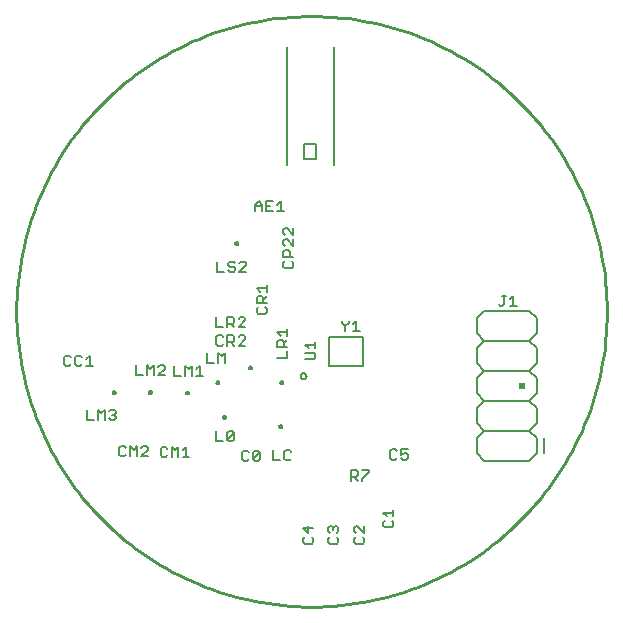
<source format=gto>
G75*
%MOIN*%
%OFA0B0*%
%FSLAX25Y25*%
%IPPOS*%
%LPD*%
%AMOC8*
5,1,8,0,0,1.08239X$1,22.5*
%
%ADD10C,0.01000*%
%ADD11C,0.00500*%
%ADD12C,0.00600*%
%ADD13C,0.00800*%
%ADD14R,0.02000X0.02000*%
D10*
X0001500Y0099916D02*
X0001530Y0102331D01*
X0001619Y0104745D01*
X0001767Y0107156D01*
X0001974Y0109562D01*
X0002240Y0111963D01*
X0002565Y0114357D01*
X0002949Y0116741D01*
X0003391Y0119116D01*
X0003891Y0121479D01*
X0004449Y0123829D01*
X0005065Y0126165D01*
X0005738Y0128485D01*
X0006467Y0130787D01*
X0007253Y0133071D01*
X0008095Y0135335D01*
X0008991Y0137578D01*
X0009943Y0139798D01*
X0010949Y0141994D01*
X0012008Y0144165D01*
X0013121Y0146309D01*
X0014286Y0148425D01*
X0015502Y0150512D01*
X0016769Y0152568D01*
X0018086Y0154593D01*
X0019453Y0156585D01*
X0020868Y0158542D01*
X0022330Y0160465D01*
X0023839Y0162350D01*
X0025395Y0164199D01*
X0026995Y0166008D01*
X0028638Y0167778D01*
X0030325Y0169507D01*
X0032054Y0171194D01*
X0033824Y0172837D01*
X0035633Y0174437D01*
X0037482Y0175993D01*
X0039367Y0177502D01*
X0041290Y0178964D01*
X0043247Y0180379D01*
X0045239Y0181746D01*
X0047264Y0183063D01*
X0049320Y0184330D01*
X0051407Y0185546D01*
X0053523Y0186711D01*
X0055667Y0187824D01*
X0057838Y0188883D01*
X0060034Y0189889D01*
X0062254Y0190841D01*
X0064497Y0191737D01*
X0066761Y0192579D01*
X0069045Y0193365D01*
X0071347Y0194094D01*
X0073667Y0194767D01*
X0076003Y0195383D01*
X0078353Y0195941D01*
X0080716Y0196441D01*
X0083091Y0196883D01*
X0085475Y0197267D01*
X0087869Y0197592D01*
X0090270Y0197858D01*
X0092676Y0198065D01*
X0095087Y0198213D01*
X0097501Y0198302D01*
X0099916Y0198332D01*
X0102331Y0198302D01*
X0104745Y0198213D01*
X0107156Y0198065D01*
X0109562Y0197858D01*
X0111963Y0197592D01*
X0114357Y0197267D01*
X0116741Y0196883D01*
X0119116Y0196441D01*
X0121479Y0195941D01*
X0123829Y0195383D01*
X0126165Y0194767D01*
X0128485Y0194094D01*
X0130787Y0193365D01*
X0133071Y0192579D01*
X0135335Y0191737D01*
X0137578Y0190841D01*
X0139798Y0189889D01*
X0141994Y0188883D01*
X0144165Y0187824D01*
X0146309Y0186711D01*
X0148425Y0185546D01*
X0150512Y0184330D01*
X0152568Y0183063D01*
X0154593Y0181746D01*
X0156585Y0180379D01*
X0158542Y0178964D01*
X0160465Y0177502D01*
X0162350Y0175993D01*
X0164199Y0174437D01*
X0166008Y0172837D01*
X0167778Y0171194D01*
X0169507Y0169507D01*
X0171194Y0167778D01*
X0172837Y0166008D01*
X0174437Y0164199D01*
X0175993Y0162350D01*
X0177502Y0160465D01*
X0178964Y0158542D01*
X0180379Y0156585D01*
X0181746Y0154593D01*
X0183063Y0152568D01*
X0184330Y0150512D01*
X0185546Y0148425D01*
X0186711Y0146309D01*
X0187824Y0144165D01*
X0188883Y0141994D01*
X0189889Y0139798D01*
X0190841Y0137578D01*
X0191737Y0135335D01*
X0192579Y0133071D01*
X0193365Y0130787D01*
X0194094Y0128485D01*
X0194767Y0126165D01*
X0195383Y0123829D01*
X0195941Y0121479D01*
X0196441Y0119116D01*
X0196883Y0116741D01*
X0197267Y0114357D01*
X0197592Y0111963D01*
X0197858Y0109562D01*
X0198065Y0107156D01*
X0198213Y0104745D01*
X0198302Y0102331D01*
X0198332Y0099916D01*
X0198302Y0097501D01*
X0198213Y0095087D01*
X0198065Y0092676D01*
X0197858Y0090270D01*
X0197592Y0087869D01*
X0197267Y0085475D01*
X0196883Y0083091D01*
X0196441Y0080716D01*
X0195941Y0078353D01*
X0195383Y0076003D01*
X0194767Y0073667D01*
X0194094Y0071347D01*
X0193365Y0069045D01*
X0192579Y0066761D01*
X0191737Y0064497D01*
X0190841Y0062254D01*
X0189889Y0060034D01*
X0188883Y0057838D01*
X0187824Y0055667D01*
X0186711Y0053523D01*
X0185546Y0051407D01*
X0184330Y0049320D01*
X0183063Y0047264D01*
X0181746Y0045239D01*
X0180379Y0043247D01*
X0178964Y0041290D01*
X0177502Y0039367D01*
X0175993Y0037482D01*
X0174437Y0035633D01*
X0172837Y0033824D01*
X0171194Y0032054D01*
X0169507Y0030325D01*
X0167778Y0028638D01*
X0166008Y0026995D01*
X0164199Y0025395D01*
X0162350Y0023839D01*
X0160465Y0022330D01*
X0158542Y0020868D01*
X0156585Y0019453D01*
X0154593Y0018086D01*
X0152568Y0016769D01*
X0150512Y0015502D01*
X0148425Y0014286D01*
X0146309Y0013121D01*
X0144165Y0012008D01*
X0141994Y0010949D01*
X0139798Y0009943D01*
X0137578Y0008991D01*
X0135335Y0008095D01*
X0133071Y0007253D01*
X0130787Y0006467D01*
X0128485Y0005738D01*
X0126165Y0005065D01*
X0123829Y0004449D01*
X0121479Y0003891D01*
X0119116Y0003391D01*
X0116741Y0002949D01*
X0114357Y0002565D01*
X0111963Y0002240D01*
X0109562Y0001974D01*
X0107156Y0001767D01*
X0104745Y0001619D01*
X0102331Y0001530D01*
X0099916Y0001500D01*
X0097501Y0001530D01*
X0095087Y0001619D01*
X0092676Y0001767D01*
X0090270Y0001974D01*
X0087869Y0002240D01*
X0085475Y0002565D01*
X0083091Y0002949D01*
X0080716Y0003391D01*
X0078353Y0003891D01*
X0076003Y0004449D01*
X0073667Y0005065D01*
X0071347Y0005738D01*
X0069045Y0006467D01*
X0066761Y0007253D01*
X0064497Y0008095D01*
X0062254Y0008991D01*
X0060034Y0009943D01*
X0057838Y0010949D01*
X0055667Y0012008D01*
X0053523Y0013121D01*
X0051407Y0014286D01*
X0049320Y0015502D01*
X0047264Y0016769D01*
X0045239Y0018086D01*
X0043247Y0019453D01*
X0041290Y0020868D01*
X0039367Y0022330D01*
X0037482Y0023839D01*
X0035633Y0025395D01*
X0033824Y0026995D01*
X0032054Y0028638D01*
X0030325Y0030325D01*
X0028638Y0032054D01*
X0026995Y0033824D01*
X0025395Y0035633D01*
X0023839Y0037482D01*
X0022330Y0039367D01*
X0020868Y0041290D01*
X0019453Y0043247D01*
X0018086Y0045239D01*
X0016769Y0047264D01*
X0015502Y0049320D01*
X0014286Y0051407D01*
X0013121Y0053523D01*
X0012008Y0055667D01*
X0010949Y0057838D01*
X0009943Y0060034D01*
X0008991Y0062254D01*
X0008095Y0064497D01*
X0007253Y0066761D01*
X0006467Y0069045D01*
X0005738Y0071347D01*
X0005065Y0073667D01*
X0004449Y0076003D01*
X0003891Y0078353D01*
X0003391Y0080716D01*
X0002949Y0083091D01*
X0002565Y0085475D01*
X0002240Y0087869D01*
X0001974Y0090270D01*
X0001767Y0092676D01*
X0001619Y0095087D01*
X0001530Y0097501D01*
X0001500Y0099916D01*
D11*
X0033598Y0072794D02*
X0033600Y0072838D01*
X0033606Y0072882D01*
X0033616Y0072925D01*
X0033629Y0072967D01*
X0033646Y0073008D01*
X0033667Y0073047D01*
X0033691Y0073084D01*
X0033718Y0073119D01*
X0033748Y0073151D01*
X0033781Y0073181D01*
X0033817Y0073207D01*
X0033854Y0073231D01*
X0033894Y0073250D01*
X0033935Y0073267D01*
X0033978Y0073279D01*
X0034021Y0073288D01*
X0034065Y0073293D01*
X0034109Y0073294D01*
X0034153Y0073291D01*
X0034197Y0073284D01*
X0034240Y0073273D01*
X0034282Y0073259D01*
X0034322Y0073241D01*
X0034361Y0073219D01*
X0034397Y0073195D01*
X0034431Y0073167D01*
X0034463Y0073136D01*
X0034492Y0073102D01*
X0034518Y0073066D01*
X0034540Y0073028D01*
X0034559Y0072988D01*
X0034574Y0072946D01*
X0034586Y0072904D01*
X0034594Y0072860D01*
X0034598Y0072816D01*
X0034598Y0072772D01*
X0034594Y0072728D01*
X0034586Y0072684D01*
X0034574Y0072642D01*
X0034559Y0072600D01*
X0034540Y0072560D01*
X0034518Y0072522D01*
X0034492Y0072486D01*
X0034463Y0072452D01*
X0034431Y0072421D01*
X0034397Y0072393D01*
X0034361Y0072369D01*
X0034322Y0072347D01*
X0034282Y0072329D01*
X0034240Y0072315D01*
X0034197Y0072304D01*
X0034153Y0072297D01*
X0034109Y0072294D01*
X0034065Y0072295D01*
X0034021Y0072300D01*
X0033978Y0072309D01*
X0033935Y0072321D01*
X0033894Y0072338D01*
X0033854Y0072357D01*
X0033817Y0072381D01*
X0033781Y0072407D01*
X0033748Y0072437D01*
X0033718Y0072469D01*
X0033691Y0072504D01*
X0033667Y0072541D01*
X0033646Y0072580D01*
X0033629Y0072621D01*
X0033616Y0072663D01*
X0033606Y0072706D01*
X0033600Y0072750D01*
X0033598Y0072794D01*
X0033998Y0072794D02*
X0034000Y0072814D01*
X0034006Y0072832D01*
X0034015Y0072850D01*
X0034027Y0072865D01*
X0034042Y0072877D01*
X0034060Y0072886D01*
X0034078Y0072892D01*
X0034098Y0072894D01*
X0034118Y0072892D01*
X0034136Y0072886D01*
X0034154Y0072877D01*
X0034169Y0072865D01*
X0034181Y0072850D01*
X0034190Y0072832D01*
X0034196Y0072814D01*
X0034198Y0072794D01*
X0034196Y0072774D01*
X0034190Y0072756D01*
X0034181Y0072738D01*
X0034169Y0072723D01*
X0034154Y0072711D01*
X0034136Y0072702D01*
X0034118Y0072696D01*
X0034098Y0072694D01*
X0034078Y0072696D01*
X0034060Y0072702D01*
X0034042Y0072711D01*
X0034027Y0072723D01*
X0034015Y0072738D01*
X0034006Y0072756D01*
X0034000Y0072774D01*
X0033998Y0072794D01*
X0033598Y0072794D02*
X0033600Y0072838D01*
X0033606Y0072882D01*
X0033616Y0072925D01*
X0033629Y0072967D01*
X0033646Y0073008D01*
X0033667Y0073047D01*
X0033691Y0073084D01*
X0033718Y0073119D01*
X0033748Y0073151D01*
X0033781Y0073181D01*
X0033817Y0073207D01*
X0033854Y0073231D01*
X0033894Y0073250D01*
X0033935Y0073267D01*
X0033978Y0073279D01*
X0034021Y0073288D01*
X0034065Y0073293D01*
X0034109Y0073294D01*
X0034153Y0073291D01*
X0034197Y0073284D01*
X0034240Y0073273D01*
X0034282Y0073259D01*
X0034322Y0073241D01*
X0034361Y0073219D01*
X0034397Y0073195D01*
X0034431Y0073167D01*
X0034463Y0073136D01*
X0034492Y0073102D01*
X0034518Y0073066D01*
X0034540Y0073028D01*
X0034559Y0072988D01*
X0034574Y0072946D01*
X0034586Y0072904D01*
X0034594Y0072860D01*
X0034598Y0072816D01*
X0034598Y0072772D01*
X0034594Y0072728D01*
X0034586Y0072684D01*
X0034574Y0072642D01*
X0034559Y0072600D01*
X0034540Y0072560D01*
X0034518Y0072522D01*
X0034492Y0072486D01*
X0034463Y0072452D01*
X0034431Y0072421D01*
X0034397Y0072393D01*
X0034361Y0072369D01*
X0034322Y0072347D01*
X0034282Y0072329D01*
X0034240Y0072315D01*
X0034197Y0072304D01*
X0034153Y0072297D01*
X0034109Y0072294D01*
X0034065Y0072295D01*
X0034021Y0072300D01*
X0033978Y0072309D01*
X0033935Y0072321D01*
X0033894Y0072338D01*
X0033854Y0072357D01*
X0033817Y0072381D01*
X0033781Y0072407D01*
X0033748Y0072437D01*
X0033718Y0072469D01*
X0033691Y0072504D01*
X0033667Y0072541D01*
X0033646Y0072580D01*
X0033629Y0072621D01*
X0033616Y0072663D01*
X0033606Y0072706D01*
X0033600Y0072750D01*
X0033598Y0072794D01*
X0045698Y0072930D02*
X0045700Y0072974D01*
X0045706Y0073018D01*
X0045716Y0073061D01*
X0045729Y0073103D01*
X0045746Y0073144D01*
X0045767Y0073183D01*
X0045791Y0073220D01*
X0045818Y0073255D01*
X0045848Y0073287D01*
X0045881Y0073317D01*
X0045917Y0073343D01*
X0045954Y0073367D01*
X0045994Y0073386D01*
X0046035Y0073403D01*
X0046078Y0073415D01*
X0046121Y0073424D01*
X0046165Y0073429D01*
X0046209Y0073430D01*
X0046253Y0073427D01*
X0046297Y0073420D01*
X0046340Y0073409D01*
X0046382Y0073395D01*
X0046422Y0073377D01*
X0046461Y0073355D01*
X0046497Y0073331D01*
X0046531Y0073303D01*
X0046563Y0073272D01*
X0046592Y0073238D01*
X0046618Y0073202D01*
X0046640Y0073164D01*
X0046659Y0073124D01*
X0046674Y0073082D01*
X0046686Y0073040D01*
X0046694Y0072996D01*
X0046698Y0072952D01*
X0046698Y0072908D01*
X0046694Y0072864D01*
X0046686Y0072820D01*
X0046674Y0072778D01*
X0046659Y0072736D01*
X0046640Y0072696D01*
X0046618Y0072658D01*
X0046592Y0072622D01*
X0046563Y0072588D01*
X0046531Y0072557D01*
X0046497Y0072529D01*
X0046461Y0072505D01*
X0046422Y0072483D01*
X0046382Y0072465D01*
X0046340Y0072451D01*
X0046297Y0072440D01*
X0046253Y0072433D01*
X0046209Y0072430D01*
X0046165Y0072431D01*
X0046121Y0072436D01*
X0046078Y0072445D01*
X0046035Y0072457D01*
X0045994Y0072474D01*
X0045954Y0072493D01*
X0045917Y0072517D01*
X0045881Y0072543D01*
X0045848Y0072573D01*
X0045818Y0072605D01*
X0045791Y0072640D01*
X0045767Y0072677D01*
X0045746Y0072716D01*
X0045729Y0072757D01*
X0045716Y0072799D01*
X0045706Y0072842D01*
X0045700Y0072886D01*
X0045698Y0072930D01*
X0046098Y0072930D02*
X0046100Y0072950D01*
X0046106Y0072968D01*
X0046115Y0072986D01*
X0046127Y0073001D01*
X0046142Y0073013D01*
X0046160Y0073022D01*
X0046178Y0073028D01*
X0046198Y0073030D01*
X0046218Y0073028D01*
X0046236Y0073022D01*
X0046254Y0073013D01*
X0046269Y0073001D01*
X0046281Y0072986D01*
X0046290Y0072968D01*
X0046296Y0072950D01*
X0046298Y0072930D01*
X0046296Y0072910D01*
X0046290Y0072892D01*
X0046281Y0072874D01*
X0046269Y0072859D01*
X0046254Y0072847D01*
X0046236Y0072838D01*
X0046218Y0072832D01*
X0046198Y0072830D01*
X0046178Y0072832D01*
X0046160Y0072838D01*
X0046142Y0072847D01*
X0046127Y0072859D01*
X0046115Y0072874D01*
X0046106Y0072892D01*
X0046100Y0072910D01*
X0046098Y0072930D01*
X0045698Y0072930D02*
X0045700Y0072974D01*
X0045706Y0073018D01*
X0045716Y0073061D01*
X0045729Y0073103D01*
X0045746Y0073144D01*
X0045767Y0073183D01*
X0045791Y0073220D01*
X0045818Y0073255D01*
X0045848Y0073287D01*
X0045881Y0073317D01*
X0045917Y0073343D01*
X0045954Y0073367D01*
X0045994Y0073386D01*
X0046035Y0073403D01*
X0046078Y0073415D01*
X0046121Y0073424D01*
X0046165Y0073429D01*
X0046209Y0073430D01*
X0046253Y0073427D01*
X0046297Y0073420D01*
X0046340Y0073409D01*
X0046382Y0073395D01*
X0046422Y0073377D01*
X0046461Y0073355D01*
X0046497Y0073331D01*
X0046531Y0073303D01*
X0046563Y0073272D01*
X0046592Y0073238D01*
X0046618Y0073202D01*
X0046640Y0073164D01*
X0046659Y0073124D01*
X0046674Y0073082D01*
X0046686Y0073040D01*
X0046694Y0072996D01*
X0046698Y0072952D01*
X0046698Y0072908D01*
X0046694Y0072864D01*
X0046686Y0072820D01*
X0046674Y0072778D01*
X0046659Y0072736D01*
X0046640Y0072696D01*
X0046618Y0072658D01*
X0046592Y0072622D01*
X0046563Y0072588D01*
X0046531Y0072557D01*
X0046497Y0072529D01*
X0046461Y0072505D01*
X0046422Y0072483D01*
X0046382Y0072465D01*
X0046340Y0072451D01*
X0046297Y0072440D01*
X0046253Y0072433D01*
X0046209Y0072430D01*
X0046165Y0072431D01*
X0046121Y0072436D01*
X0046078Y0072445D01*
X0046035Y0072457D01*
X0045994Y0072474D01*
X0045954Y0072493D01*
X0045917Y0072517D01*
X0045881Y0072543D01*
X0045848Y0072573D01*
X0045818Y0072605D01*
X0045791Y0072640D01*
X0045767Y0072677D01*
X0045746Y0072716D01*
X0045729Y0072757D01*
X0045716Y0072799D01*
X0045706Y0072842D01*
X0045700Y0072886D01*
X0045698Y0072930D01*
X0058098Y0072719D02*
X0058100Y0072763D01*
X0058106Y0072807D01*
X0058116Y0072850D01*
X0058129Y0072892D01*
X0058146Y0072933D01*
X0058167Y0072972D01*
X0058191Y0073009D01*
X0058218Y0073044D01*
X0058248Y0073076D01*
X0058281Y0073106D01*
X0058317Y0073132D01*
X0058354Y0073156D01*
X0058394Y0073175D01*
X0058435Y0073192D01*
X0058478Y0073204D01*
X0058521Y0073213D01*
X0058565Y0073218D01*
X0058609Y0073219D01*
X0058653Y0073216D01*
X0058697Y0073209D01*
X0058740Y0073198D01*
X0058782Y0073184D01*
X0058822Y0073166D01*
X0058861Y0073144D01*
X0058897Y0073120D01*
X0058931Y0073092D01*
X0058963Y0073061D01*
X0058992Y0073027D01*
X0059018Y0072991D01*
X0059040Y0072953D01*
X0059059Y0072913D01*
X0059074Y0072871D01*
X0059086Y0072829D01*
X0059094Y0072785D01*
X0059098Y0072741D01*
X0059098Y0072697D01*
X0059094Y0072653D01*
X0059086Y0072609D01*
X0059074Y0072567D01*
X0059059Y0072525D01*
X0059040Y0072485D01*
X0059018Y0072447D01*
X0058992Y0072411D01*
X0058963Y0072377D01*
X0058931Y0072346D01*
X0058897Y0072318D01*
X0058861Y0072294D01*
X0058822Y0072272D01*
X0058782Y0072254D01*
X0058740Y0072240D01*
X0058697Y0072229D01*
X0058653Y0072222D01*
X0058609Y0072219D01*
X0058565Y0072220D01*
X0058521Y0072225D01*
X0058478Y0072234D01*
X0058435Y0072246D01*
X0058394Y0072263D01*
X0058354Y0072282D01*
X0058317Y0072306D01*
X0058281Y0072332D01*
X0058248Y0072362D01*
X0058218Y0072394D01*
X0058191Y0072429D01*
X0058167Y0072466D01*
X0058146Y0072505D01*
X0058129Y0072546D01*
X0058116Y0072588D01*
X0058106Y0072631D01*
X0058100Y0072675D01*
X0058098Y0072719D01*
X0058498Y0072719D02*
X0058500Y0072739D01*
X0058506Y0072757D01*
X0058515Y0072775D01*
X0058527Y0072790D01*
X0058542Y0072802D01*
X0058560Y0072811D01*
X0058578Y0072817D01*
X0058598Y0072819D01*
X0058618Y0072817D01*
X0058636Y0072811D01*
X0058654Y0072802D01*
X0058669Y0072790D01*
X0058681Y0072775D01*
X0058690Y0072757D01*
X0058696Y0072739D01*
X0058698Y0072719D01*
X0058696Y0072699D01*
X0058690Y0072681D01*
X0058681Y0072663D01*
X0058669Y0072648D01*
X0058654Y0072636D01*
X0058636Y0072627D01*
X0058618Y0072621D01*
X0058598Y0072619D01*
X0058578Y0072621D01*
X0058560Y0072627D01*
X0058542Y0072636D01*
X0058527Y0072648D01*
X0058515Y0072663D01*
X0058506Y0072681D01*
X0058500Y0072699D01*
X0058498Y0072719D01*
X0058098Y0072719D02*
X0058100Y0072763D01*
X0058106Y0072807D01*
X0058116Y0072850D01*
X0058129Y0072892D01*
X0058146Y0072933D01*
X0058167Y0072972D01*
X0058191Y0073009D01*
X0058218Y0073044D01*
X0058248Y0073076D01*
X0058281Y0073106D01*
X0058317Y0073132D01*
X0058354Y0073156D01*
X0058394Y0073175D01*
X0058435Y0073192D01*
X0058478Y0073204D01*
X0058521Y0073213D01*
X0058565Y0073218D01*
X0058609Y0073219D01*
X0058653Y0073216D01*
X0058697Y0073209D01*
X0058740Y0073198D01*
X0058782Y0073184D01*
X0058822Y0073166D01*
X0058861Y0073144D01*
X0058897Y0073120D01*
X0058931Y0073092D01*
X0058963Y0073061D01*
X0058992Y0073027D01*
X0059018Y0072991D01*
X0059040Y0072953D01*
X0059059Y0072913D01*
X0059074Y0072871D01*
X0059086Y0072829D01*
X0059094Y0072785D01*
X0059098Y0072741D01*
X0059098Y0072697D01*
X0059094Y0072653D01*
X0059086Y0072609D01*
X0059074Y0072567D01*
X0059059Y0072525D01*
X0059040Y0072485D01*
X0059018Y0072447D01*
X0058992Y0072411D01*
X0058963Y0072377D01*
X0058931Y0072346D01*
X0058897Y0072318D01*
X0058861Y0072294D01*
X0058822Y0072272D01*
X0058782Y0072254D01*
X0058740Y0072240D01*
X0058697Y0072229D01*
X0058653Y0072222D01*
X0058609Y0072219D01*
X0058565Y0072220D01*
X0058521Y0072225D01*
X0058478Y0072234D01*
X0058435Y0072246D01*
X0058394Y0072263D01*
X0058354Y0072282D01*
X0058317Y0072306D01*
X0058281Y0072332D01*
X0058248Y0072362D01*
X0058218Y0072394D01*
X0058191Y0072429D01*
X0058167Y0072466D01*
X0058146Y0072505D01*
X0058129Y0072546D01*
X0058116Y0072588D01*
X0058106Y0072631D01*
X0058100Y0072675D01*
X0058098Y0072719D01*
X0068218Y0076097D02*
X0068220Y0076141D01*
X0068226Y0076185D01*
X0068236Y0076228D01*
X0068249Y0076270D01*
X0068266Y0076311D01*
X0068287Y0076350D01*
X0068311Y0076387D01*
X0068338Y0076422D01*
X0068368Y0076454D01*
X0068401Y0076484D01*
X0068437Y0076510D01*
X0068474Y0076534D01*
X0068514Y0076553D01*
X0068555Y0076570D01*
X0068598Y0076582D01*
X0068641Y0076591D01*
X0068685Y0076596D01*
X0068729Y0076597D01*
X0068773Y0076594D01*
X0068817Y0076587D01*
X0068860Y0076576D01*
X0068902Y0076562D01*
X0068942Y0076544D01*
X0068981Y0076522D01*
X0069017Y0076498D01*
X0069051Y0076470D01*
X0069083Y0076439D01*
X0069112Y0076405D01*
X0069138Y0076369D01*
X0069160Y0076331D01*
X0069179Y0076291D01*
X0069194Y0076249D01*
X0069206Y0076207D01*
X0069214Y0076163D01*
X0069218Y0076119D01*
X0069218Y0076075D01*
X0069214Y0076031D01*
X0069206Y0075987D01*
X0069194Y0075945D01*
X0069179Y0075903D01*
X0069160Y0075863D01*
X0069138Y0075825D01*
X0069112Y0075789D01*
X0069083Y0075755D01*
X0069051Y0075724D01*
X0069017Y0075696D01*
X0068981Y0075672D01*
X0068942Y0075650D01*
X0068902Y0075632D01*
X0068860Y0075618D01*
X0068817Y0075607D01*
X0068773Y0075600D01*
X0068729Y0075597D01*
X0068685Y0075598D01*
X0068641Y0075603D01*
X0068598Y0075612D01*
X0068555Y0075624D01*
X0068514Y0075641D01*
X0068474Y0075660D01*
X0068437Y0075684D01*
X0068401Y0075710D01*
X0068368Y0075740D01*
X0068338Y0075772D01*
X0068311Y0075807D01*
X0068287Y0075844D01*
X0068266Y0075883D01*
X0068249Y0075924D01*
X0068236Y0075966D01*
X0068226Y0076009D01*
X0068220Y0076053D01*
X0068218Y0076097D01*
X0068618Y0076097D02*
X0068620Y0076117D01*
X0068626Y0076135D01*
X0068635Y0076153D01*
X0068647Y0076168D01*
X0068662Y0076180D01*
X0068680Y0076189D01*
X0068698Y0076195D01*
X0068718Y0076197D01*
X0068738Y0076195D01*
X0068756Y0076189D01*
X0068774Y0076180D01*
X0068789Y0076168D01*
X0068801Y0076153D01*
X0068810Y0076135D01*
X0068816Y0076117D01*
X0068818Y0076097D01*
X0068816Y0076077D01*
X0068810Y0076059D01*
X0068801Y0076041D01*
X0068789Y0076026D01*
X0068774Y0076014D01*
X0068756Y0076005D01*
X0068738Y0075999D01*
X0068718Y0075997D01*
X0068698Y0075999D01*
X0068680Y0076005D01*
X0068662Y0076014D01*
X0068647Y0076026D01*
X0068635Y0076041D01*
X0068626Y0076059D01*
X0068620Y0076077D01*
X0068618Y0076097D01*
X0068218Y0076097D02*
X0068220Y0076141D01*
X0068226Y0076185D01*
X0068236Y0076228D01*
X0068249Y0076270D01*
X0068266Y0076311D01*
X0068287Y0076350D01*
X0068311Y0076387D01*
X0068338Y0076422D01*
X0068368Y0076454D01*
X0068401Y0076484D01*
X0068437Y0076510D01*
X0068474Y0076534D01*
X0068514Y0076553D01*
X0068555Y0076570D01*
X0068598Y0076582D01*
X0068641Y0076591D01*
X0068685Y0076596D01*
X0068729Y0076597D01*
X0068773Y0076594D01*
X0068817Y0076587D01*
X0068860Y0076576D01*
X0068902Y0076562D01*
X0068942Y0076544D01*
X0068981Y0076522D01*
X0069017Y0076498D01*
X0069051Y0076470D01*
X0069083Y0076439D01*
X0069112Y0076405D01*
X0069138Y0076369D01*
X0069160Y0076331D01*
X0069179Y0076291D01*
X0069194Y0076249D01*
X0069206Y0076207D01*
X0069214Y0076163D01*
X0069218Y0076119D01*
X0069218Y0076075D01*
X0069214Y0076031D01*
X0069206Y0075987D01*
X0069194Y0075945D01*
X0069179Y0075903D01*
X0069160Y0075863D01*
X0069138Y0075825D01*
X0069112Y0075789D01*
X0069083Y0075755D01*
X0069051Y0075724D01*
X0069017Y0075696D01*
X0068981Y0075672D01*
X0068942Y0075650D01*
X0068902Y0075632D01*
X0068860Y0075618D01*
X0068817Y0075607D01*
X0068773Y0075600D01*
X0068729Y0075597D01*
X0068685Y0075598D01*
X0068641Y0075603D01*
X0068598Y0075612D01*
X0068555Y0075624D01*
X0068514Y0075641D01*
X0068474Y0075660D01*
X0068437Y0075684D01*
X0068401Y0075710D01*
X0068368Y0075740D01*
X0068338Y0075772D01*
X0068311Y0075807D01*
X0068287Y0075844D01*
X0068266Y0075883D01*
X0068249Y0075924D01*
X0068236Y0075966D01*
X0068226Y0076009D01*
X0068220Y0076053D01*
X0068218Y0076097D01*
X0070298Y0064708D02*
X0070300Y0064752D01*
X0070306Y0064796D01*
X0070316Y0064839D01*
X0070329Y0064881D01*
X0070346Y0064922D01*
X0070367Y0064961D01*
X0070391Y0064998D01*
X0070418Y0065033D01*
X0070448Y0065065D01*
X0070481Y0065095D01*
X0070517Y0065121D01*
X0070554Y0065145D01*
X0070594Y0065164D01*
X0070635Y0065181D01*
X0070678Y0065193D01*
X0070721Y0065202D01*
X0070765Y0065207D01*
X0070809Y0065208D01*
X0070853Y0065205D01*
X0070897Y0065198D01*
X0070940Y0065187D01*
X0070982Y0065173D01*
X0071022Y0065155D01*
X0071061Y0065133D01*
X0071097Y0065109D01*
X0071131Y0065081D01*
X0071163Y0065050D01*
X0071192Y0065016D01*
X0071218Y0064980D01*
X0071240Y0064942D01*
X0071259Y0064902D01*
X0071274Y0064860D01*
X0071286Y0064818D01*
X0071294Y0064774D01*
X0071298Y0064730D01*
X0071298Y0064686D01*
X0071294Y0064642D01*
X0071286Y0064598D01*
X0071274Y0064556D01*
X0071259Y0064514D01*
X0071240Y0064474D01*
X0071218Y0064436D01*
X0071192Y0064400D01*
X0071163Y0064366D01*
X0071131Y0064335D01*
X0071097Y0064307D01*
X0071061Y0064283D01*
X0071022Y0064261D01*
X0070982Y0064243D01*
X0070940Y0064229D01*
X0070897Y0064218D01*
X0070853Y0064211D01*
X0070809Y0064208D01*
X0070765Y0064209D01*
X0070721Y0064214D01*
X0070678Y0064223D01*
X0070635Y0064235D01*
X0070594Y0064252D01*
X0070554Y0064271D01*
X0070517Y0064295D01*
X0070481Y0064321D01*
X0070448Y0064351D01*
X0070418Y0064383D01*
X0070391Y0064418D01*
X0070367Y0064455D01*
X0070346Y0064494D01*
X0070329Y0064535D01*
X0070316Y0064577D01*
X0070306Y0064620D01*
X0070300Y0064664D01*
X0070298Y0064708D01*
X0070698Y0064708D02*
X0070700Y0064728D01*
X0070706Y0064746D01*
X0070715Y0064764D01*
X0070727Y0064779D01*
X0070742Y0064791D01*
X0070760Y0064800D01*
X0070778Y0064806D01*
X0070798Y0064808D01*
X0070818Y0064806D01*
X0070836Y0064800D01*
X0070854Y0064791D01*
X0070869Y0064779D01*
X0070881Y0064764D01*
X0070890Y0064746D01*
X0070896Y0064728D01*
X0070898Y0064708D01*
X0070896Y0064688D01*
X0070890Y0064670D01*
X0070881Y0064652D01*
X0070869Y0064637D01*
X0070854Y0064625D01*
X0070836Y0064616D01*
X0070818Y0064610D01*
X0070798Y0064608D01*
X0070778Y0064610D01*
X0070760Y0064616D01*
X0070742Y0064625D01*
X0070727Y0064637D01*
X0070715Y0064652D01*
X0070706Y0064670D01*
X0070700Y0064688D01*
X0070698Y0064708D01*
X0070298Y0064708D02*
X0070300Y0064752D01*
X0070306Y0064796D01*
X0070316Y0064839D01*
X0070329Y0064881D01*
X0070346Y0064922D01*
X0070367Y0064961D01*
X0070391Y0064998D01*
X0070418Y0065033D01*
X0070448Y0065065D01*
X0070481Y0065095D01*
X0070517Y0065121D01*
X0070554Y0065145D01*
X0070594Y0065164D01*
X0070635Y0065181D01*
X0070678Y0065193D01*
X0070721Y0065202D01*
X0070765Y0065207D01*
X0070809Y0065208D01*
X0070853Y0065205D01*
X0070897Y0065198D01*
X0070940Y0065187D01*
X0070982Y0065173D01*
X0071022Y0065155D01*
X0071061Y0065133D01*
X0071097Y0065109D01*
X0071131Y0065081D01*
X0071163Y0065050D01*
X0071192Y0065016D01*
X0071218Y0064980D01*
X0071240Y0064942D01*
X0071259Y0064902D01*
X0071274Y0064860D01*
X0071286Y0064818D01*
X0071294Y0064774D01*
X0071298Y0064730D01*
X0071298Y0064686D01*
X0071294Y0064642D01*
X0071286Y0064598D01*
X0071274Y0064556D01*
X0071259Y0064514D01*
X0071240Y0064474D01*
X0071218Y0064436D01*
X0071192Y0064400D01*
X0071163Y0064366D01*
X0071131Y0064335D01*
X0071097Y0064307D01*
X0071061Y0064283D01*
X0071022Y0064261D01*
X0070982Y0064243D01*
X0070940Y0064229D01*
X0070897Y0064218D01*
X0070853Y0064211D01*
X0070809Y0064208D01*
X0070765Y0064209D01*
X0070721Y0064214D01*
X0070678Y0064223D01*
X0070635Y0064235D01*
X0070594Y0064252D01*
X0070554Y0064271D01*
X0070517Y0064295D01*
X0070481Y0064321D01*
X0070448Y0064351D01*
X0070418Y0064383D01*
X0070391Y0064418D01*
X0070367Y0064455D01*
X0070346Y0064494D01*
X0070329Y0064535D01*
X0070316Y0064577D01*
X0070306Y0064620D01*
X0070300Y0064664D01*
X0070298Y0064708D01*
X0079133Y0081074D02*
X0079135Y0081118D01*
X0079141Y0081162D01*
X0079151Y0081205D01*
X0079164Y0081247D01*
X0079181Y0081288D01*
X0079202Y0081327D01*
X0079226Y0081364D01*
X0079253Y0081399D01*
X0079283Y0081431D01*
X0079316Y0081461D01*
X0079352Y0081487D01*
X0079389Y0081511D01*
X0079429Y0081530D01*
X0079470Y0081547D01*
X0079513Y0081559D01*
X0079556Y0081568D01*
X0079600Y0081573D01*
X0079644Y0081574D01*
X0079688Y0081571D01*
X0079732Y0081564D01*
X0079775Y0081553D01*
X0079817Y0081539D01*
X0079857Y0081521D01*
X0079896Y0081499D01*
X0079932Y0081475D01*
X0079966Y0081447D01*
X0079998Y0081416D01*
X0080027Y0081382D01*
X0080053Y0081346D01*
X0080075Y0081308D01*
X0080094Y0081268D01*
X0080109Y0081226D01*
X0080121Y0081184D01*
X0080129Y0081140D01*
X0080133Y0081096D01*
X0080133Y0081052D01*
X0080129Y0081008D01*
X0080121Y0080964D01*
X0080109Y0080922D01*
X0080094Y0080880D01*
X0080075Y0080840D01*
X0080053Y0080802D01*
X0080027Y0080766D01*
X0079998Y0080732D01*
X0079966Y0080701D01*
X0079932Y0080673D01*
X0079896Y0080649D01*
X0079857Y0080627D01*
X0079817Y0080609D01*
X0079775Y0080595D01*
X0079732Y0080584D01*
X0079688Y0080577D01*
X0079644Y0080574D01*
X0079600Y0080575D01*
X0079556Y0080580D01*
X0079513Y0080589D01*
X0079470Y0080601D01*
X0079429Y0080618D01*
X0079389Y0080637D01*
X0079352Y0080661D01*
X0079316Y0080687D01*
X0079283Y0080717D01*
X0079253Y0080749D01*
X0079226Y0080784D01*
X0079202Y0080821D01*
X0079181Y0080860D01*
X0079164Y0080901D01*
X0079151Y0080943D01*
X0079141Y0080986D01*
X0079135Y0081030D01*
X0079133Y0081074D01*
X0079533Y0081074D02*
X0079535Y0081094D01*
X0079541Y0081112D01*
X0079550Y0081130D01*
X0079562Y0081145D01*
X0079577Y0081157D01*
X0079595Y0081166D01*
X0079613Y0081172D01*
X0079633Y0081174D01*
X0079653Y0081172D01*
X0079671Y0081166D01*
X0079689Y0081157D01*
X0079704Y0081145D01*
X0079716Y0081130D01*
X0079725Y0081112D01*
X0079731Y0081094D01*
X0079733Y0081074D01*
X0079731Y0081054D01*
X0079725Y0081036D01*
X0079716Y0081018D01*
X0079704Y0081003D01*
X0079689Y0080991D01*
X0079671Y0080982D01*
X0079653Y0080976D01*
X0079633Y0080974D01*
X0079613Y0080976D01*
X0079595Y0080982D01*
X0079577Y0080991D01*
X0079562Y0081003D01*
X0079550Y0081018D01*
X0079541Y0081036D01*
X0079535Y0081054D01*
X0079533Y0081074D01*
X0079133Y0081074D02*
X0079135Y0081118D01*
X0079141Y0081162D01*
X0079151Y0081205D01*
X0079164Y0081247D01*
X0079181Y0081288D01*
X0079202Y0081327D01*
X0079226Y0081364D01*
X0079253Y0081399D01*
X0079283Y0081431D01*
X0079316Y0081461D01*
X0079352Y0081487D01*
X0079389Y0081511D01*
X0079429Y0081530D01*
X0079470Y0081547D01*
X0079513Y0081559D01*
X0079556Y0081568D01*
X0079600Y0081573D01*
X0079644Y0081574D01*
X0079688Y0081571D01*
X0079732Y0081564D01*
X0079775Y0081553D01*
X0079817Y0081539D01*
X0079857Y0081521D01*
X0079896Y0081499D01*
X0079932Y0081475D01*
X0079966Y0081447D01*
X0079998Y0081416D01*
X0080027Y0081382D01*
X0080053Y0081346D01*
X0080075Y0081308D01*
X0080094Y0081268D01*
X0080109Y0081226D01*
X0080121Y0081184D01*
X0080129Y0081140D01*
X0080133Y0081096D01*
X0080133Y0081052D01*
X0080129Y0081008D01*
X0080121Y0080964D01*
X0080109Y0080922D01*
X0080094Y0080880D01*
X0080075Y0080840D01*
X0080053Y0080802D01*
X0080027Y0080766D01*
X0079998Y0080732D01*
X0079966Y0080701D01*
X0079932Y0080673D01*
X0079896Y0080649D01*
X0079857Y0080627D01*
X0079817Y0080609D01*
X0079775Y0080595D01*
X0079732Y0080584D01*
X0079688Y0080577D01*
X0079644Y0080574D01*
X0079600Y0080575D01*
X0079556Y0080580D01*
X0079513Y0080589D01*
X0079470Y0080601D01*
X0079429Y0080618D01*
X0079389Y0080637D01*
X0079352Y0080661D01*
X0079316Y0080687D01*
X0079283Y0080717D01*
X0079253Y0080749D01*
X0079226Y0080784D01*
X0079202Y0080821D01*
X0079181Y0080860D01*
X0079164Y0080901D01*
X0079151Y0080943D01*
X0079141Y0080986D01*
X0079135Y0081030D01*
X0079133Y0081074D01*
X0089534Y0076290D02*
X0089536Y0076334D01*
X0089542Y0076378D01*
X0089552Y0076421D01*
X0089565Y0076463D01*
X0089582Y0076504D01*
X0089603Y0076543D01*
X0089627Y0076580D01*
X0089654Y0076615D01*
X0089684Y0076647D01*
X0089717Y0076677D01*
X0089753Y0076703D01*
X0089790Y0076727D01*
X0089830Y0076746D01*
X0089871Y0076763D01*
X0089914Y0076775D01*
X0089957Y0076784D01*
X0090001Y0076789D01*
X0090045Y0076790D01*
X0090089Y0076787D01*
X0090133Y0076780D01*
X0090176Y0076769D01*
X0090218Y0076755D01*
X0090258Y0076737D01*
X0090297Y0076715D01*
X0090333Y0076691D01*
X0090367Y0076663D01*
X0090399Y0076632D01*
X0090428Y0076598D01*
X0090454Y0076562D01*
X0090476Y0076524D01*
X0090495Y0076484D01*
X0090510Y0076442D01*
X0090522Y0076400D01*
X0090530Y0076356D01*
X0090534Y0076312D01*
X0090534Y0076268D01*
X0090530Y0076224D01*
X0090522Y0076180D01*
X0090510Y0076138D01*
X0090495Y0076096D01*
X0090476Y0076056D01*
X0090454Y0076018D01*
X0090428Y0075982D01*
X0090399Y0075948D01*
X0090367Y0075917D01*
X0090333Y0075889D01*
X0090297Y0075865D01*
X0090258Y0075843D01*
X0090218Y0075825D01*
X0090176Y0075811D01*
X0090133Y0075800D01*
X0090089Y0075793D01*
X0090045Y0075790D01*
X0090001Y0075791D01*
X0089957Y0075796D01*
X0089914Y0075805D01*
X0089871Y0075817D01*
X0089830Y0075834D01*
X0089790Y0075853D01*
X0089753Y0075877D01*
X0089717Y0075903D01*
X0089684Y0075933D01*
X0089654Y0075965D01*
X0089627Y0076000D01*
X0089603Y0076037D01*
X0089582Y0076076D01*
X0089565Y0076117D01*
X0089552Y0076159D01*
X0089542Y0076202D01*
X0089536Y0076246D01*
X0089534Y0076290D01*
X0089934Y0076290D02*
X0089936Y0076310D01*
X0089942Y0076328D01*
X0089951Y0076346D01*
X0089963Y0076361D01*
X0089978Y0076373D01*
X0089996Y0076382D01*
X0090014Y0076388D01*
X0090034Y0076390D01*
X0090054Y0076388D01*
X0090072Y0076382D01*
X0090090Y0076373D01*
X0090105Y0076361D01*
X0090117Y0076346D01*
X0090126Y0076328D01*
X0090132Y0076310D01*
X0090134Y0076290D01*
X0090132Y0076270D01*
X0090126Y0076252D01*
X0090117Y0076234D01*
X0090105Y0076219D01*
X0090090Y0076207D01*
X0090072Y0076198D01*
X0090054Y0076192D01*
X0090034Y0076190D01*
X0090014Y0076192D01*
X0089996Y0076198D01*
X0089978Y0076207D01*
X0089963Y0076219D01*
X0089951Y0076234D01*
X0089942Y0076252D01*
X0089936Y0076270D01*
X0089934Y0076290D01*
X0089534Y0076290D02*
X0089536Y0076334D01*
X0089542Y0076378D01*
X0089552Y0076421D01*
X0089565Y0076463D01*
X0089582Y0076504D01*
X0089603Y0076543D01*
X0089627Y0076580D01*
X0089654Y0076615D01*
X0089684Y0076647D01*
X0089717Y0076677D01*
X0089753Y0076703D01*
X0089790Y0076727D01*
X0089830Y0076746D01*
X0089871Y0076763D01*
X0089914Y0076775D01*
X0089957Y0076784D01*
X0090001Y0076789D01*
X0090045Y0076790D01*
X0090089Y0076787D01*
X0090133Y0076780D01*
X0090176Y0076769D01*
X0090218Y0076755D01*
X0090258Y0076737D01*
X0090297Y0076715D01*
X0090333Y0076691D01*
X0090367Y0076663D01*
X0090399Y0076632D01*
X0090428Y0076598D01*
X0090454Y0076562D01*
X0090476Y0076524D01*
X0090495Y0076484D01*
X0090510Y0076442D01*
X0090522Y0076400D01*
X0090530Y0076356D01*
X0090534Y0076312D01*
X0090534Y0076268D01*
X0090530Y0076224D01*
X0090522Y0076180D01*
X0090510Y0076138D01*
X0090495Y0076096D01*
X0090476Y0076056D01*
X0090454Y0076018D01*
X0090428Y0075982D01*
X0090399Y0075948D01*
X0090367Y0075917D01*
X0090333Y0075889D01*
X0090297Y0075865D01*
X0090258Y0075843D01*
X0090218Y0075825D01*
X0090176Y0075811D01*
X0090133Y0075800D01*
X0090089Y0075793D01*
X0090045Y0075790D01*
X0090001Y0075791D01*
X0089957Y0075796D01*
X0089914Y0075805D01*
X0089871Y0075817D01*
X0089830Y0075834D01*
X0089790Y0075853D01*
X0089753Y0075877D01*
X0089717Y0075903D01*
X0089684Y0075933D01*
X0089654Y0075965D01*
X0089627Y0076000D01*
X0089603Y0076037D01*
X0089582Y0076076D01*
X0089565Y0076117D01*
X0089552Y0076159D01*
X0089542Y0076202D01*
X0089536Y0076246D01*
X0089534Y0076290D01*
X0096219Y0078353D02*
X0096221Y0078416D01*
X0096227Y0078478D01*
X0096237Y0078540D01*
X0096250Y0078602D01*
X0096268Y0078662D01*
X0096289Y0078721D01*
X0096314Y0078779D01*
X0096343Y0078835D01*
X0096375Y0078889D01*
X0096410Y0078941D01*
X0096448Y0078990D01*
X0096490Y0079038D01*
X0096534Y0079082D01*
X0096582Y0079124D01*
X0096631Y0079162D01*
X0096683Y0079197D01*
X0096737Y0079229D01*
X0096793Y0079258D01*
X0096851Y0079283D01*
X0096910Y0079304D01*
X0096970Y0079322D01*
X0097032Y0079335D01*
X0097094Y0079345D01*
X0097156Y0079351D01*
X0097219Y0079353D01*
X0097282Y0079351D01*
X0097344Y0079345D01*
X0097406Y0079335D01*
X0097468Y0079322D01*
X0097528Y0079304D01*
X0097587Y0079283D01*
X0097645Y0079258D01*
X0097701Y0079229D01*
X0097755Y0079197D01*
X0097807Y0079162D01*
X0097856Y0079124D01*
X0097904Y0079082D01*
X0097948Y0079038D01*
X0097990Y0078990D01*
X0098028Y0078941D01*
X0098063Y0078889D01*
X0098095Y0078835D01*
X0098124Y0078779D01*
X0098149Y0078721D01*
X0098170Y0078662D01*
X0098188Y0078602D01*
X0098201Y0078540D01*
X0098211Y0078478D01*
X0098217Y0078416D01*
X0098219Y0078353D01*
X0098217Y0078290D01*
X0098211Y0078228D01*
X0098201Y0078166D01*
X0098188Y0078104D01*
X0098170Y0078044D01*
X0098149Y0077985D01*
X0098124Y0077927D01*
X0098095Y0077871D01*
X0098063Y0077817D01*
X0098028Y0077765D01*
X0097990Y0077716D01*
X0097948Y0077668D01*
X0097904Y0077624D01*
X0097856Y0077582D01*
X0097807Y0077544D01*
X0097755Y0077509D01*
X0097701Y0077477D01*
X0097645Y0077448D01*
X0097587Y0077423D01*
X0097528Y0077402D01*
X0097468Y0077384D01*
X0097406Y0077371D01*
X0097344Y0077361D01*
X0097282Y0077355D01*
X0097219Y0077353D01*
X0097156Y0077355D01*
X0097094Y0077361D01*
X0097032Y0077371D01*
X0096970Y0077384D01*
X0096910Y0077402D01*
X0096851Y0077423D01*
X0096793Y0077448D01*
X0096737Y0077477D01*
X0096683Y0077509D01*
X0096631Y0077544D01*
X0096582Y0077582D01*
X0096534Y0077624D01*
X0096490Y0077668D01*
X0096448Y0077716D01*
X0096410Y0077765D01*
X0096375Y0077817D01*
X0096343Y0077871D01*
X0096314Y0077927D01*
X0096289Y0077985D01*
X0096268Y0078044D01*
X0096250Y0078104D01*
X0096237Y0078166D01*
X0096227Y0078228D01*
X0096221Y0078290D01*
X0096219Y0078353D01*
X0105766Y0081853D02*
X0117184Y0081853D01*
X0117184Y0091302D01*
X0105766Y0091302D01*
X0105766Y0081853D01*
X0089133Y0061597D02*
X0089135Y0061641D01*
X0089141Y0061685D01*
X0089151Y0061728D01*
X0089164Y0061770D01*
X0089181Y0061811D01*
X0089202Y0061850D01*
X0089226Y0061887D01*
X0089253Y0061922D01*
X0089283Y0061954D01*
X0089316Y0061984D01*
X0089352Y0062010D01*
X0089389Y0062034D01*
X0089429Y0062053D01*
X0089470Y0062070D01*
X0089513Y0062082D01*
X0089556Y0062091D01*
X0089600Y0062096D01*
X0089644Y0062097D01*
X0089688Y0062094D01*
X0089732Y0062087D01*
X0089775Y0062076D01*
X0089817Y0062062D01*
X0089857Y0062044D01*
X0089896Y0062022D01*
X0089932Y0061998D01*
X0089966Y0061970D01*
X0089998Y0061939D01*
X0090027Y0061905D01*
X0090053Y0061869D01*
X0090075Y0061831D01*
X0090094Y0061791D01*
X0090109Y0061749D01*
X0090121Y0061707D01*
X0090129Y0061663D01*
X0090133Y0061619D01*
X0090133Y0061575D01*
X0090129Y0061531D01*
X0090121Y0061487D01*
X0090109Y0061445D01*
X0090094Y0061403D01*
X0090075Y0061363D01*
X0090053Y0061325D01*
X0090027Y0061289D01*
X0089998Y0061255D01*
X0089966Y0061224D01*
X0089932Y0061196D01*
X0089896Y0061172D01*
X0089857Y0061150D01*
X0089817Y0061132D01*
X0089775Y0061118D01*
X0089732Y0061107D01*
X0089688Y0061100D01*
X0089644Y0061097D01*
X0089600Y0061098D01*
X0089556Y0061103D01*
X0089513Y0061112D01*
X0089470Y0061124D01*
X0089429Y0061141D01*
X0089389Y0061160D01*
X0089352Y0061184D01*
X0089316Y0061210D01*
X0089283Y0061240D01*
X0089253Y0061272D01*
X0089226Y0061307D01*
X0089202Y0061344D01*
X0089181Y0061383D01*
X0089164Y0061424D01*
X0089151Y0061466D01*
X0089141Y0061509D01*
X0089135Y0061553D01*
X0089133Y0061597D01*
X0089533Y0061597D02*
X0089535Y0061617D01*
X0089541Y0061635D01*
X0089550Y0061653D01*
X0089562Y0061668D01*
X0089577Y0061680D01*
X0089595Y0061689D01*
X0089613Y0061695D01*
X0089633Y0061697D01*
X0089653Y0061695D01*
X0089671Y0061689D01*
X0089689Y0061680D01*
X0089704Y0061668D01*
X0089716Y0061653D01*
X0089725Y0061635D01*
X0089731Y0061617D01*
X0089733Y0061597D01*
X0089731Y0061577D01*
X0089725Y0061559D01*
X0089716Y0061541D01*
X0089704Y0061526D01*
X0089689Y0061514D01*
X0089671Y0061505D01*
X0089653Y0061499D01*
X0089633Y0061497D01*
X0089613Y0061499D01*
X0089595Y0061505D01*
X0089577Y0061514D01*
X0089562Y0061526D01*
X0089550Y0061541D01*
X0089541Y0061559D01*
X0089535Y0061577D01*
X0089533Y0061597D01*
X0089133Y0061597D02*
X0089135Y0061641D01*
X0089141Y0061685D01*
X0089151Y0061728D01*
X0089164Y0061770D01*
X0089181Y0061811D01*
X0089202Y0061850D01*
X0089226Y0061887D01*
X0089253Y0061922D01*
X0089283Y0061954D01*
X0089316Y0061984D01*
X0089352Y0062010D01*
X0089389Y0062034D01*
X0089429Y0062053D01*
X0089470Y0062070D01*
X0089513Y0062082D01*
X0089556Y0062091D01*
X0089600Y0062096D01*
X0089644Y0062097D01*
X0089688Y0062094D01*
X0089732Y0062087D01*
X0089775Y0062076D01*
X0089817Y0062062D01*
X0089857Y0062044D01*
X0089896Y0062022D01*
X0089932Y0061998D01*
X0089966Y0061970D01*
X0089998Y0061939D01*
X0090027Y0061905D01*
X0090053Y0061869D01*
X0090075Y0061831D01*
X0090094Y0061791D01*
X0090109Y0061749D01*
X0090121Y0061707D01*
X0090129Y0061663D01*
X0090133Y0061619D01*
X0090133Y0061575D01*
X0090129Y0061531D01*
X0090121Y0061487D01*
X0090109Y0061445D01*
X0090094Y0061403D01*
X0090075Y0061363D01*
X0090053Y0061325D01*
X0090027Y0061289D01*
X0089998Y0061255D01*
X0089966Y0061224D01*
X0089932Y0061196D01*
X0089896Y0061172D01*
X0089857Y0061150D01*
X0089817Y0061132D01*
X0089775Y0061118D01*
X0089732Y0061107D01*
X0089688Y0061100D01*
X0089644Y0061097D01*
X0089600Y0061098D01*
X0089556Y0061103D01*
X0089513Y0061112D01*
X0089470Y0061124D01*
X0089429Y0061141D01*
X0089389Y0061160D01*
X0089352Y0061184D01*
X0089316Y0061210D01*
X0089283Y0061240D01*
X0089253Y0061272D01*
X0089226Y0061307D01*
X0089202Y0061344D01*
X0089181Y0061383D01*
X0089164Y0061424D01*
X0089151Y0061466D01*
X0089141Y0061509D01*
X0089135Y0061553D01*
X0089133Y0061597D01*
X0074437Y0122579D02*
X0074439Y0122623D01*
X0074445Y0122667D01*
X0074455Y0122710D01*
X0074468Y0122752D01*
X0074485Y0122793D01*
X0074506Y0122832D01*
X0074530Y0122869D01*
X0074557Y0122904D01*
X0074587Y0122936D01*
X0074620Y0122966D01*
X0074656Y0122992D01*
X0074693Y0123016D01*
X0074733Y0123035D01*
X0074774Y0123052D01*
X0074817Y0123064D01*
X0074860Y0123073D01*
X0074904Y0123078D01*
X0074948Y0123079D01*
X0074992Y0123076D01*
X0075036Y0123069D01*
X0075079Y0123058D01*
X0075121Y0123044D01*
X0075161Y0123026D01*
X0075200Y0123004D01*
X0075236Y0122980D01*
X0075270Y0122952D01*
X0075302Y0122921D01*
X0075331Y0122887D01*
X0075357Y0122851D01*
X0075379Y0122813D01*
X0075398Y0122773D01*
X0075413Y0122731D01*
X0075425Y0122689D01*
X0075433Y0122645D01*
X0075437Y0122601D01*
X0075437Y0122557D01*
X0075433Y0122513D01*
X0075425Y0122469D01*
X0075413Y0122427D01*
X0075398Y0122385D01*
X0075379Y0122345D01*
X0075357Y0122307D01*
X0075331Y0122271D01*
X0075302Y0122237D01*
X0075270Y0122206D01*
X0075236Y0122178D01*
X0075200Y0122154D01*
X0075161Y0122132D01*
X0075121Y0122114D01*
X0075079Y0122100D01*
X0075036Y0122089D01*
X0074992Y0122082D01*
X0074948Y0122079D01*
X0074904Y0122080D01*
X0074860Y0122085D01*
X0074817Y0122094D01*
X0074774Y0122106D01*
X0074733Y0122123D01*
X0074693Y0122142D01*
X0074656Y0122166D01*
X0074620Y0122192D01*
X0074587Y0122222D01*
X0074557Y0122254D01*
X0074530Y0122289D01*
X0074506Y0122326D01*
X0074485Y0122365D01*
X0074468Y0122406D01*
X0074455Y0122448D01*
X0074445Y0122491D01*
X0074439Y0122535D01*
X0074437Y0122579D01*
X0074837Y0122579D02*
X0074839Y0122599D01*
X0074845Y0122617D01*
X0074854Y0122635D01*
X0074866Y0122650D01*
X0074881Y0122662D01*
X0074899Y0122671D01*
X0074917Y0122677D01*
X0074937Y0122679D01*
X0074957Y0122677D01*
X0074975Y0122671D01*
X0074993Y0122662D01*
X0075008Y0122650D01*
X0075020Y0122635D01*
X0075029Y0122617D01*
X0075035Y0122599D01*
X0075037Y0122579D01*
X0075035Y0122559D01*
X0075029Y0122541D01*
X0075020Y0122523D01*
X0075008Y0122508D01*
X0074993Y0122496D01*
X0074975Y0122487D01*
X0074957Y0122481D01*
X0074937Y0122479D01*
X0074917Y0122481D01*
X0074899Y0122487D01*
X0074881Y0122496D01*
X0074866Y0122508D01*
X0074854Y0122523D01*
X0074845Y0122541D01*
X0074839Y0122559D01*
X0074837Y0122579D01*
X0074437Y0122579D02*
X0074439Y0122623D01*
X0074445Y0122667D01*
X0074455Y0122710D01*
X0074468Y0122752D01*
X0074485Y0122793D01*
X0074506Y0122832D01*
X0074530Y0122869D01*
X0074557Y0122904D01*
X0074587Y0122936D01*
X0074620Y0122966D01*
X0074656Y0122992D01*
X0074693Y0123016D01*
X0074733Y0123035D01*
X0074774Y0123052D01*
X0074817Y0123064D01*
X0074860Y0123073D01*
X0074904Y0123078D01*
X0074948Y0123079D01*
X0074992Y0123076D01*
X0075036Y0123069D01*
X0075079Y0123058D01*
X0075121Y0123044D01*
X0075161Y0123026D01*
X0075200Y0123004D01*
X0075236Y0122980D01*
X0075270Y0122952D01*
X0075302Y0122921D01*
X0075331Y0122887D01*
X0075357Y0122851D01*
X0075379Y0122813D01*
X0075398Y0122773D01*
X0075413Y0122731D01*
X0075425Y0122689D01*
X0075433Y0122645D01*
X0075437Y0122601D01*
X0075437Y0122557D01*
X0075433Y0122513D01*
X0075425Y0122469D01*
X0075413Y0122427D01*
X0075398Y0122385D01*
X0075379Y0122345D01*
X0075357Y0122307D01*
X0075331Y0122271D01*
X0075302Y0122237D01*
X0075270Y0122206D01*
X0075236Y0122178D01*
X0075200Y0122154D01*
X0075161Y0122132D01*
X0075121Y0122114D01*
X0075079Y0122100D01*
X0075036Y0122089D01*
X0074992Y0122082D01*
X0074948Y0122079D01*
X0074904Y0122080D01*
X0074860Y0122085D01*
X0074817Y0122094D01*
X0074774Y0122106D01*
X0074733Y0122123D01*
X0074693Y0122142D01*
X0074656Y0122166D01*
X0074620Y0122192D01*
X0074587Y0122222D01*
X0074557Y0122254D01*
X0074530Y0122289D01*
X0074506Y0122326D01*
X0074485Y0122365D01*
X0074468Y0122406D01*
X0074455Y0122448D01*
X0074445Y0122491D01*
X0074439Y0122535D01*
X0074437Y0122579D01*
X0091577Y0148723D02*
X0091577Y0188093D01*
X0107326Y0188093D02*
X0107326Y0148723D01*
X0101420Y0150692D02*
X0101420Y0155613D01*
X0097483Y0155613D01*
X0097483Y0150692D01*
X0101420Y0150692D01*
D12*
X0035774Y0052164D02*
X0036341Y0051596D01*
X0037475Y0051596D01*
X0038042Y0052164D01*
X0039457Y0051596D02*
X0039457Y0054999D01*
X0040591Y0053865D01*
X0041725Y0054999D01*
X0041725Y0051596D01*
X0043140Y0051596D02*
X0045408Y0053865D01*
X0045408Y0054432D01*
X0044841Y0054999D01*
X0043707Y0054999D01*
X0043140Y0054432D01*
X0043140Y0051596D02*
X0045408Y0051596D01*
X0049567Y0051930D02*
X0050134Y0051363D01*
X0051268Y0051363D01*
X0051835Y0051930D01*
X0053250Y0051363D02*
X0053250Y0054766D01*
X0054384Y0053632D01*
X0055518Y0054766D01*
X0055518Y0051363D01*
X0056933Y0051363D02*
X0059202Y0051363D01*
X0058067Y0051363D02*
X0058067Y0054766D01*
X0056933Y0053632D01*
X0051835Y0054199D02*
X0051268Y0054766D01*
X0050134Y0054766D01*
X0049567Y0054199D01*
X0049567Y0051930D01*
X0038042Y0054432D02*
X0037475Y0054999D01*
X0036341Y0054999D01*
X0035774Y0054432D01*
X0035774Y0052164D01*
X0034079Y0063751D02*
X0032945Y0063751D01*
X0032378Y0064318D01*
X0030963Y0063751D02*
X0030963Y0067154D01*
X0029829Y0066019D01*
X0028695Y0067154D01*
X0028695Y0063751D01*
X0027280Y0063751D02*
X0025011Y0063751D01*
X0025011Y0067154D01*
X0032378Y0066586D02*
X0032945Y0067154D01*
X0034079Y0067154D01*
X0034646Y0066586D01*
X0034646Y0066019D01*
X0034079Y0065452D01*
X0034646Y0064885D01*
X0034646Y0064318D01*
X0034079Y0063751D01*
X0034079Y0065452D02*
X0033512Y0065452D01*
X0041366Y0078586D02*
X0043635Y0078586D01*
X0045050Y0078586D02*
X0045050Y0081989D01*
X0046184Y0080855D01*
X0047318Y0081989D01*
X0047318Y0078586D01*
X0048733Y0078586D02*
X0051001Y0080855D01*
X0051001Y0081422D01*
X0050434Y0081989D01*
X0049300Y0081989D01*
X0048733Y0081422D01*
X0048733Y0078586D02*
X0051001Y0078586D01*
X0054179Y0078356D02*
X0054179Y0081759D01*
X0057862Y0081759D02*
X0058997Y0080625D01*
X0060131Y0081759D01*
X0060131Y0078356D01*
X0061545Y0078356D02*
X0063814Y0078356D01*
X0062680Y0078356D02*
X0062680Y0081759D01*
X0061545Y0080625D01*
X0057862Y0081759D02*
X0057862Y0078356D01*
X0056448Y0078356D02*
X0054179Y0078356D01*
X0065105Y0082799D02*
X0067374Y0082799D01*
X0068788Y0082799D02*
X0068788Y0086202D01*
X0069922Y0085067D01*
X0071057Y0086202D01*
X0071057Y0082799D01*
X0071869Y0088496D02*
X0071869Y0091899D01*
X0073571Y0091899D01*
X0074138Y0091331D01*
X0074138Y0090197D01*
X0073571Y0089630D01*
X0071869Y0089630D01*
X0073004Y0089630D02*
X0074138Y0088496D01*
X0075553Y0088496D02*
X0077821Y0090764D01*
X0077821Y0091331D01*
X0077254Y0091899D01*
X0076120Y0091899D01*
X0075553Y0091331D01*
X0075567Y0094685D02*
X0077836Y0096954D01*
X0077836Y0097521D01*
X0077269Y0098088D01*
X0076135Y0098088D01*
X0075567Y0097521D01*
X0074153Y0097521D02*
X0074153Y0096387D01*
X0073586Y0095820D01*
X0071884Y0095820D01*
X0073019Y0095820D02*
X0074153Y0094685D01*
X0075567Y0094685D02*
X0077836Y0094685D01*
X0074153Y0097521D02*
X0073586Y0098088D01*
X0071884Y0098088D01*
X0071884Y0094685D01*
X0070470Y0094685D02*
X0068201Y0094685D01*
X0068201Y0098088D01*
X0068753Y0091899D02*
X0068186Y0091331D01*
X0068186Y0089063D01*
X0068753Y0088496D01*
X0069888Y0088496D01*
X0070455Y0089063D01*
X0070455Y0091331D02*
X0069888Y0091899D01*
X0068753Y0091899D01*
X0065105Y0086202D02*
X0065105Y0082799D01*
X0075553Y0088496D02*
X0077821Y0088496D01*
X0088475Y0088178D02*
X0088475Y0089879D01*
X0089042Y0090447D01*
X0090176Y0090447D01*
X0090743Y0089879D01*
X0090743Y0088178D01*
X0090743Y0089312D02*
X0091877Y0090447D01*
X0091877Y0091861D02*
X0091877Y0094130D01*
X0091877Y0092995D02*
X0088475Y0092995D01*
X0089609Y0091861D01*
X0088475Y0088178D02*
X0091877Y0088178D01*
X0091877Y0086763D02*
X0091877Y0084495D01*
X0088475Y0084495D01*
X0097790Y0083896D02*
X0100626Y0083896D01*
X0101193Y0084463D01*
X0101193Y0085598D01*
X0100626Y0086165D01*
X0097790Y0086165D01*
X0098925Y0087579D02*
X0097790Y0088714D01*
X0101193Y0088714D01*
X0101193Y0089848D02*
X0101193Y0087579D01*
X0111138Y0093381D02*
X0111138Y0095083D01*
X0112272Y0096217D01*
X0112272Y0096784D01*
X0113687Y0095650D02*
X0114821Y0096784D01*
X0114821Y0093381D01*
X0113687Y0093381D02*
X0115955Y0093381D01*
X0111138Y0095083D02*
X0110003Y0096217D01*
X0110003Y0096784D01*
X0093261Y0114318D02*
X0093828Y0114885D01*
X0093828Y0116019D01*
X0093261Y0116586D01*
X0093828Y0118001D02*
X0090425Y0118001D01*
X0090425Y0119702D01*
X0090992Y0120269D01*
X0092126Y0120269D01*
X0092694Y0119702D01*
X0092694Y0118001D01*
X0090992Y0116586D02*
X0090425Y0116019D01*
X0090425Y0114885D01*
X0090992Y0114318D01*
X0093261Y0114318D01*
X0093828Y0121684D02*
X0091559Y0123953D01*
X0090992Y0123953D01*
X0090425Y0123385D01*
X0090425Y0122251D01*
X0090992Y0121684D01*
X0093828Y0121684D02*
X0093828Y0123953D01*
X0093828Y0125367D02*
X0091559Y0127636D01*
X0090992Y0127636D01*
X0090425Y0127069D01*
X0090425Y0125934D01*
X0090992Y0125367D01*
X0093828Y0125367D02*
X0093828Y0127636D01*
X0090739Y0133259D02*
X0088470Y0133259D01*
X0089604Y0133259D02*
X0089604Y0136662D01*
X0088470Y0135528D01*
X0087055Y0136662D02*
X0084787Y0136662D01*
X0084787Y0133259D01*
X0087055Y0133259D01*
X0085921Y0134961D02*
X0084787Y0134961D01*
X0083372Y0134961D02*
X0081104Y0134961D01*
X0081104Y0135528D02*
X0081104Y0133259D01*
X0083372Y0133259D02*
X0083372Y0135528D01*
X0082238Y0136662D01*
X0081104Y0135528D01*
X0077580Y0116526D02*
X0076446Y0116526D01*
X0075879Y0115959D01*
X0074464Y0115959D02*
X0073897Y0116526D01*
X0072763Y0116526D01*
X0072195Y0115959D01*
X0072195Y0115392D01*
X0072763Y0114825D01*
X0073897Y0114825D01*
X0074464Y0114257D01*
X0074464Y0113690D01*
X0073897Y0113123D01*
X0072763Y0113123D01*
X0072195Y0113690D01*
X0070781Y0113123D02*
X0068512Y0113123D01*
X0068512Y0116526D01*
X0075879Y0113123D02*
X0078147Y0115392D01*
X0078147Y0115959D01*
X0077580Y0116526D01*
X0078147Y0113123D02*
X0075879Y0113123D01*
X0081604Y0107565D02*
X0085007Y0107565D01*
X0085007Y0106431D02*
X0085007Y0108699D01*
X0082738Y0106431D02*
X0081604Y0107565D01*
X0082171Y0105016D02*
X0081604Y0104449D01*
X0081604Y0102747D01*
X0085007Y0102747D01*
X0083872Y0102747D02*
X0083872Y0104449D01*
X0083305Y0105016D01*
X0082171Y0105016D01*
X0083872Y0103882D02*
X0085007Y0105016D01*
X0084439Y0101333D02*
X0085007Y0100766D01*
X0085007Y0099631D01*
X0084439Y0099064D01*
X0082171Y0099064D01*
X0081604Y0099631D01*
X0081604Y0100766D01*
X0082171Y0101333D01*
X0073401Y0059962D02*
X0073969Y0059395D01*
X0071700Y0057127D01*
X0072267Y0056559D01*
X0073401Y0056559D01*
X0073969Y0057127D01*
X0073969Y0059395D01*
X0073401Y0059962D02*
X0072267Y0059962D01*
X0071700Y0059395D01*
X0071700Y0057127D01*
X0070285Y0056559D02*
X0068017Y0056559D01*
X0068017Y0059962D01*
X0076779Y0052942D02*
X0076779Y0050674D01*
X0077346Y0050107D01*
X0078481Y0050107D01*
X0079048Y0050674D01*
X0080462Y0050674D02*
X0081029Y0050107D01*
X0082164Y0050107D01*
X0082731Y0050674D01*
X0082731Y0052942D01*
X0080462Y0050674D01*
X0080462Y0052942D01*
X0081029Y0053510D01*
X0082164Y0053510D01*
X0082731Y0052942D01*
X0079048Y0052942D02*
X0078481Y0053510D01*
X0077346Y0053510D01*
X0076779Y0052942D01*
X0087175Y0053681D02*
X0087175Y0050278D01*
X0089444Y0050278D01*
X0090858Y0050845D02*
X0091425Y0050278D01*
X0092560Y0050278D01*
X0093127Y0050845D01*
X0090858Y0050845D02*
X0090858Y0053114D01*
X0091425Y0053681D01*
X0092560Y0053681D01*
X0093127Y0053114D01*
X0112997Y0046952D02*
X0112997Y0043549D01*
X0112997Y0044683D02*
X0114698Y0044683D01*
X0115266Y0045251D01*
X0115266Y0046385D01*
X0114698Y0046952D01*
X0112997Y0046952D01*
X0114131Y0044683D02*
X0115266Y0043549D01*
X0116680Y0043549D02*
X0116680Y0044116D01*
X0118949Y0046385D01*
X0118949Y0046952D01*
X0116680Y0046952D01*
X0126129Y0051077D02*
X0126696Y0050510D01*
X0127830Y0050510D01*
X0128397Y0051077D01*
X0129812Y0051077D02*
X0130379Y0050510D01*
X0131513Y0050510D01*
X0132080Y0051077D01*
X0132080Y0052211D01*
X0131513Y0052778D01*
X0130946Y0052778D01*
X0129812Y0052211D01*
X0129812Y0053913D01*
X0132080Y0053913D01*
X0128397Y0053346D02*
X0127830Y0053913D01*
X0126696Y0053913D01*
X0126129Y0053346D01*
X0126129Y0051077D01*
X0127195Y0033880D02*
X0127195Y0031612D01*
X0127195Y0032746D02*
X0123792Y0032746D01*
X0124926Y0031612D01*
X0124359Y0030197D02*
X0123792Y0029630D01*
X0123792Y0028496D01*
X0124359Y0027929D01*
X0126628Y0027929D01*
X0127195Y0028496D01*
X0127195Y0029630D01*
X0126628Y0030197D01*
X0117474Y0028321D02*
X0117474Y0026053D01*
X0115206Y0028321D01*
X0114639Y0028321D01*
X0114071Y0027754D01*
X0114071Y0026620D01*
X0114639Y0026053D01*
X0114639Y0024638D02*
X0114071Y0024071D01*
X0114071Y0022937D01*
X0114639Y0022369D01*
X0116907Y0022369D01*
X0117474Y0022937D01*
X0117474Y0024071D01*
X0116907Y0024638D01*
X0108833Y0024071D02*
X0108265Y0024638D01*
X0108833Y0024071D02*
X0108833Y0022937D01*
X0108265Y0022369D01*
X0105997Y0022369D01*
X0105430Y0022937D01*
X0105430Y0024071D01*
X0105997Y0024638D01*
X0105997Y0026053D02*
X0105430Y0026620D01*
X0105430Y0027754D01*
X0105997Y0028321D01*
X0106564Y0028321D01*
X0107131Y0027754D01*
X0107698Y0028321D01*
X0108265Y0028321D01*
X0108833Y0027754D01*
X0108833Y0026620D01*
X0108265Y0026053D01*
X0107131Y0027187D02*
X0107131Y0027754D01*
X0100478Y0027754D02*
X0097075Y0027754D01*
X0098777Y0026053D01*
X0098777Y0028321D01*
X0099911Y0024638D02*
X0100478Y0024071D01*
X0100478Y0022937D01*
X0099911Y0022369D01*
X0097643Y0022369D01*
X0097075Y0022937D01*
X0097075Y0024071D01*
X0097643Y0024638D01*
X0041366Y0078586D02*
X0041366Y0081989D01*
X0027104Y0081744D02*
X0024835Y0081744D01*
X0025969Y0081744D02*
X0025969Y0085147D01*
X0024835Y0084012D01*
X0023421Y0084579D02*
X0022853Y0085147D01*
X0021719Y0085147D01*
X0021152Y0084579D01*
X0021152Y0082311D01*
X0021719Y0081744D01*
X0022853Y0081744D01*
X0023421Y0082311D01*
X0019737Y0082311D02*
X0019170Y0081744D01*
X0018036Y0081744D01*
X0017469Y0082311D01*
X0017469Y0084579D01*
X0018036Y0085147D01*
X0019170Y0085147D01*
X0019737Y0084579D01*
X0154936Y0082688D02*
X0154936Y0087688D01*
X0157436Y0090188D01*
X0154936Y0092688D01*
X0154936Y0097688D01*
X0157436Y0100188D01*
X0172436Y0100188D01*
X0174936Y0097688D01*
X0174936Y0092688D01*
X0172436Y0090188D01*
X0157436Y0090188D01*
X0154936Y0082688D02*
X0157436Y0080188D01*
X0172436Y0080188D01*
X0174936Y0082688D01*
X0174936Y0087688D01*
X0172436Y0090188D01*
X0172436Y0080188D02*
X0174936Y0077688D01*
X0174936Y0072688D01*
X0172436Y0070188D01*
X0157436Y0070188D01*
X0154936Y0072688D01*
X0154936Y0077688D01*
X0157436Y0080188D01*
X0157436Y0070188D02*
X0154936Y0067688D01*
X0154936Y0062688D01*
X0157436Y0060188D01*
X0172436Y0060188D01*
X0174936Y0062688D01*
X0174936Y0067688D01*
X0172436Y0070188D01*
X0172436Y0060188D02*
X0174936Y0057688D01*
X0174936Y0052688D01*
X0172436Y0050188D01*
X0157436Y0050188D01*
X0154936Y0052688D01*
X0154936Y0057688D01*
X0157436Y0060188D01*
X0162875Y0101800D02*
X0163442Y0101800D01*
X0164009Y0102367D01*
X0164009Y0105203D01*
X0163442Y0105203D02*
X0164576Y0105203D01*
X0165991Y0104069D02*
X0167125Y0105203D01*
X0167125Y0101800D01*
X0165991Y0101800D02*
X0168259Y0101800D01*
X0162875Y0101800D02*
X0162307Y0102367D01*
D13*
X0177436Y0057688D02*
X0177436Y0052688D01*
D14*
X0169936Y0075188D03*
M02*

</source>
